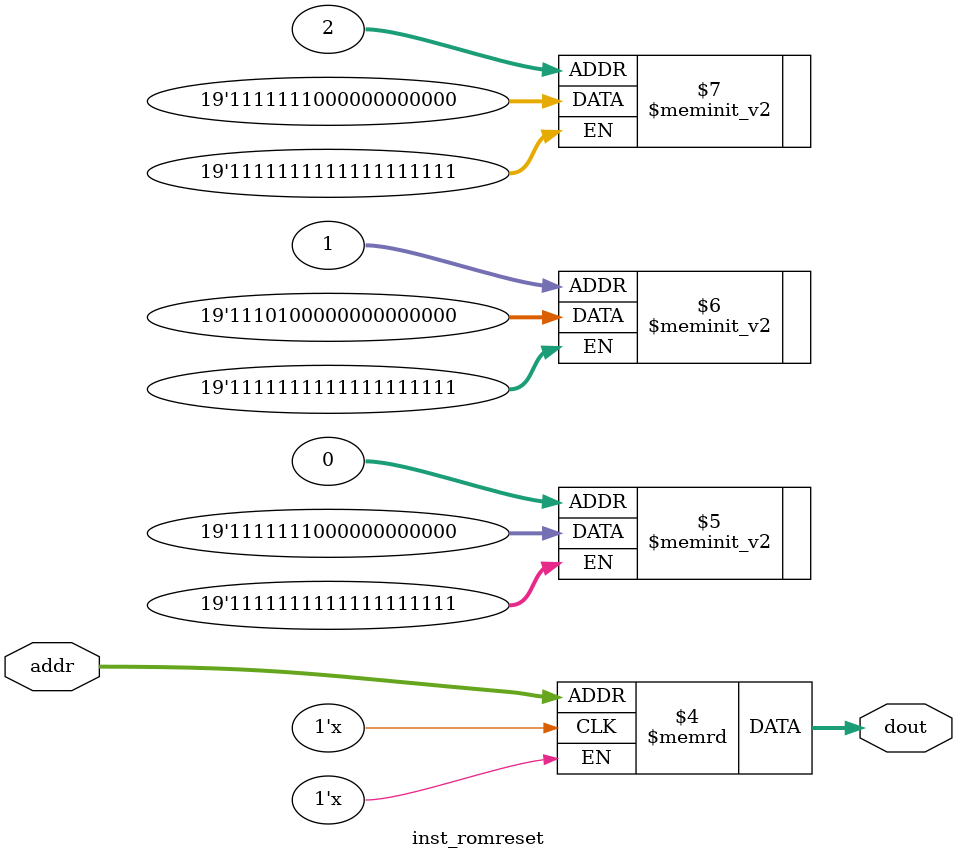
<source format=v>
module inst_romreset (
   input    [2:0]  addr,
   output   [18:0] dout
   );
	
	// r1:  stores 10
	// r4:  stores amount paid

	
   reg [18:0] mem [0:15];
    
   initial begin
	
		mem[0]  = 19'h7f000; // Dummy instruction - Write end_addr as 0
		mem[1]  = 19'h74000; // Load 0 into r4 - MUST BE INITIALIZED FOR OPERATIONS WITH r4
		mem[2]  = 19'h7f000; // Dummy instruction - Write end_addr as 0
		
   end
   
	assign dout = mem[addr];
	
endmodule
</source>
